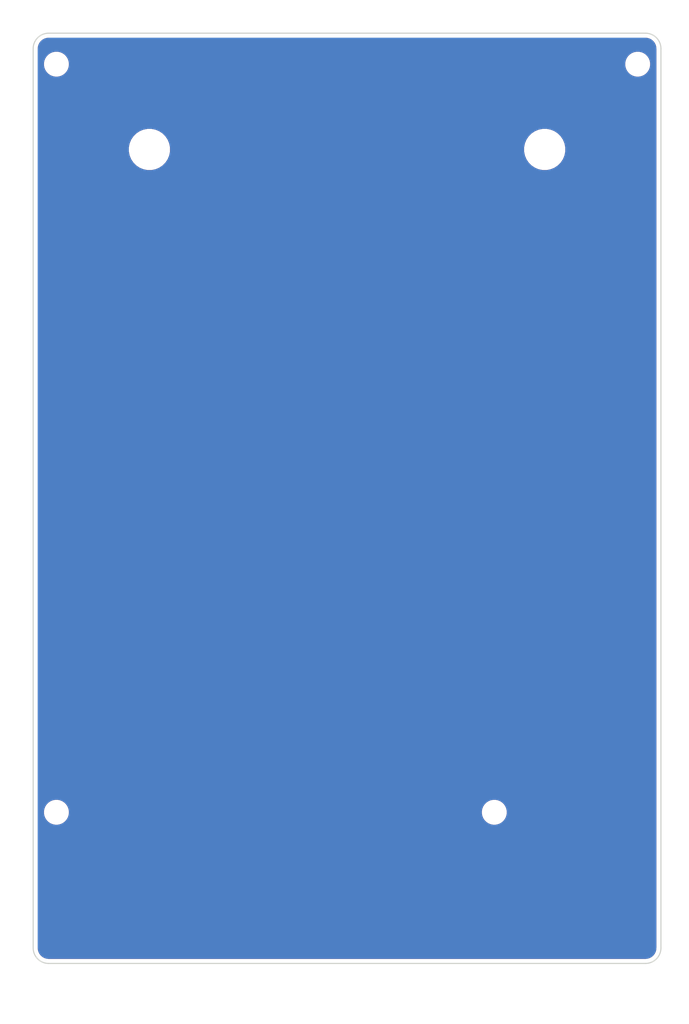
<source format=kicad_pcb>
(kicad_pcb (version 20171130) (host pcbnew "(5.1.10)-1")

  (general
    (thickness 1.6)
    (drawings 13)
    (tracks 0)
    (zones 0)
    (modules 6)
    (nets 1)
  )

  (page A4)
  (title_block
    (title "PyKey18 RP2040")
    (date 2021-11-21)
    (rev 1.0)
    (company "Pierre Constantineau (JPConstantineau)")
    (comment 1 "License: CERN-OHL-W (CERN OHL v2)")
    (comment 2 "Project: https://github.com/jpconstantineau/PyKey60")
  )

  (layers
    (0 F.Cu signal)
    (31 B.Cu signal)
    (32 B.Adhes user)
    (33 F.Adhes user)
    (34 B.Paste user)
    (35 F.Paste user)
    (36 B.SilkS user)
    (37 F.SilkS user)
    (38 B.Mask user)
    (39 F.Mask user)
    (40 Dwgs.User user)
    (41 Cmts.User user)
    (42 Eco1.User user)
    (43 Eco2.User user)
    (44 Edge.Cuts user)
    (45 Margin user)
    (46 B.CrtYd user)
    (47 F.CrtYd user)
    (48 B.Fab user)
    (49 F.Fab user)
  )

  (setup
    (last_trace_width 0.25)
    (user_trace_width 0.1524)
    (user_trace_width 0.2)
    (user_trace_width 0.5)
    (trace_clearance 0.2)
    (zone_clearance 0.508)
    (zone_45_only no)
    (trace_min 0.1524)
    (via_size 0.8)
    (via_drill 0.4)
    (via_min_size 0.4)
    (via_min_drill 0.3)
    (uvia_size 0.3)
    (uvia_drill 0.1)
    (uvias_allowed no)
    (uvia_min_size 0.2)
    (uvia_min_drill 0.1)
    (edge_width 0.05)
    (segment_width 0.2)
    (pcb_text_width 0.3)
    (pcb_text_size 1.5 1.5)
    (mod_edge_width 0.12)
    (mod_text_size 1 1)
    (mod_text_width 0.15)
    (pad_size 2.2 2.2)
    (pad_drill 2.2)
    (pad_to_mask_clearance 0)
    (aux_axis_origin 0 0)
    (visible_elements 7FFFFFFF)
    (pcbplotparams
      (layerselection 0x010fc_ffffffff)
      (usegerberextensions false)
      (usegerberattributes true)
      (usegerberadvancedattributes true)
      (creategerberjobfile true)
      (excludeedgelayer true)
      (linewidth 0.100000)
      (plotframeref false)
      (viasonmask false)
      (mode 1)
      (useauxorigin false)
      (hpglpennumber 1)
      (hpglpenspeed 20)
      (hpglpendiameter 15.000000)
      (psnegative false)
      (psa4output false)
      (plotreference true)
      (plotvalue true)
      (plotinvisibletext false)
      (padsonsilk false)
      (subtractmaskfromsilk false)
      (outputformat 1)
      (mirror false)
      (drillshape 0)
      (scaleselection 1)
      (outputdirectory "gerbers/"))
  )

  (net 0 "")

  (net_class Default "This is the default net class."
    (clearance 0.2)
    (trace_width 0.25)
    (via_dia 0.8)
    (via_drill 0.4)
    (uvia_dia 0.3)
    (uvia_drill 0.1)
  )

  (module MountingHole:MountingHole_4.3mm_M4 (layer F.Cu) (tedit 56D1B4CB) (tstamp 61977F9E)
    (at 116 65)
    (descr "Mounting Hole 4.3mm, no annular, M4")
    (tags "mounting hole 4.3mm no annular m4")
    (path /61A25DD3)
    (attr virtual)
    (fp_text reference H6 (at 0 -5.3) (layer F.SilkS) hide
      (effects (font (size 1 1) (thickness 0.15)))
    )
    (fp_text value MountingHole-feet (at 0 5.3) (layer F.Fab)
      (effects (font (size 1 1) (thickness 0.15)))
    )
    (fp_circle (center 0 0) (end 4.3 0) (layer Cmts.User) (width 0.15))
    (fp_circle (center 0 0) (end 4.55 0) (layer F.CrtYd) (width 0.05))
    (fp_text user %R (at 0.3 0) (layer F.Fab)
      (effects (font (size 1 1) (thickness 0.15)))
    )
    (pad 1 np_thru_hole circle (at 0 0) (size 4.3 4.3) (drill 4.3) (layers *.Cu *.Mask))
  )

  (module MountingHole:MountingHole_4.3mm_M4 (layer F.Cu) (tedit 56D1B4CB) (tstamp 61977F96)
    (at 65 65)
    (descr "Mounting Hole 4.3mm, no annular, M4")
    (tags "mounting hole 4.3mm no annular m4")
    (path /61A244C8)
    (attr virtual)
    (fp_text reference H5 (at 0 -5.3) (layer F.SilkS) hide
      (effects (font (size 1 1) (thickness 0.15)))
    )
    (fp_text value MountingHole-feet (at 0 5.3) (layer F.Fab)
      (effects (font (size 1 1) (thickness 0.15)))
    )
    (fp_circle (center 0 0) (end 4.3 0) (layer Cmts.User) (width 0.15))
    (fp_circle (center 0 0) (end 4.55 0) (layer F.CrtYd) (width 0.05))
    (fp_text user %R (at 0.3 0) (layer F.Fab)
      (effects (font (size 1 1) (thickness 0.15)))
    )
    (pad 1 np_thru_hole circle (at 0 0) (size 4.3 4.3) (drill 4.3) (layers *.Cu *.Mask))
  )

  (module MountingHole:MountingHole_2.2mm_M2_DIN965 (layer F.Cu) (tedit 56D1B4CB) (tstamp 61977F8E)
    (at 109.5 150.5)
    (descr "Mounting Hole 2.2mm, no annular, M2, DIN965")
    (tags "mounting hole 2.2mm no annular m2 din965")
    (path /61A240B8)
    (attr virtual)
    (fp_text reference H4 (at 0 -2.9) (layer F.SilkS) hide
      (effects (font (size 1 1) (thickness 0.15)))
    )
    (fp_text value MountingHole (at 0 2.9) (layer F.Fab)
      (effects (font (size 1 1) (thickness 0.15)))
    )
    (fp_circle (center 0 0) (end 1.9 0) (layer Cmts.User) (width 0.15))
    (fp_circle (center 0 0) (end 2.15 0) (layer F.CrtYd) (width 0.05))
    (fp_text user %R (at 0.3 0) (layer F.Fab)
      (effects (font (size 1 1) (thickness 0.15)))
    )
    (pad 1 np_thru_hole circle (at 0 0) (size 2.2 2.2) (drill 2.2) (layers *.Cu *.Mask))
  )

  (module MountingHole:MountingHole_2.2mm_M2_DIN965 (layer F.Cu) (tedit 56D1B4CB) (tstamp 61977F86)
    (at 53 150.5)
    (descr "Mounting Hole 2.2mm, no annular, M2, DIN965")
    (tags "mounting hole 2.2mm no annular m2 din965")
    (path /61A23C9B)
    (attr virtual)
    (fp_text reference H3 (at 0 -2.9) (layer F.SilkS) hide
      (effects (font (size 1 1) (thickness 0.15)))
    )
    (fp_text value MountingHole (at 0 2.9) (layer F.Fab)
      (effects (font (size 1 1) (thickness 0.15)))
    )
    (fp_circle (center 0 0) (end 1.9 0) (layer Cmts.User) (width 0.15))
    (fp_circle (center 0 0) (end 2.15 0) (layer F.CrtYd) (width 0.05))
    (fp_text user %R (at 0.3 0) (layer F.Fab)
      (effects (font (size 1 1) (thickness 0.15)))
    )
    (pad 1 np_thru_hole circle (at 0 0) (size 2.2 2.2) (drill 2.2) (layers *.Cu *.Mask))
  )

  (module MountingHole:MountingHole_2.2mm_M2_DIN965 (layer F.Cu) (tedit 619A758F) (tstamp 61977F7E)
    (at 128 54)
    (descr "Mounting Hole 2.2mm, no annular, M2, DIN965")
    (tags "mounting hole 2.2mm no annular m2 din965")
    (path /61A23A30)
    (attr virtual)
    (fp_text reference H2 (at 0 -2.9) (layer F.SilkS) hide
      (effects (font (size 1 1) (thickness 0.15)))
    )
    (fp_text value MountingHole (at 0 2.9) (layer F.Fab)
      (effects (font (size 1 1) (thickness 0.15)))
    )
    (fp_circle (center 0 0) (end 1.9 0) (layer Cmts.User) (width 0.15))
    (fp_circle (center 0 0) (end 2.15 0) (layer F.CrtYd) (width 0.05))
    (fp_text user %R (at 0.3 0) (layer F.Fab)
      (effects (font (size 1 1) (thickness 0.15)))
    )
    (pad "" np_thru_hole circle (at 0 0) (size 2.2 2.2) (drill 2.2) (layers *.Cu *.Mask))
  )

  (module MountingHole:MountingHole_2.2mm_M2_DIN965 (layer F.Cu) (tedit 56D1B4CB) (tstamp 61977F76)
    (at 53 54)
    (descr "Mounting Hole 2.2mm, no annular, M2, DIN965")
    (tags "mounting hole 2.2mm no annular m2 din965")
    (path /61A223CB)
    (attr virtual)
    (fp_text reference H1 (at 0 -2.9) (layer F.SilkS) hide
      (effects (font (size 1 1) (thickness 0.15)))
    )
    (fp_text value MountingHole (at 0 2.9) (layer F.Fab)
      (effects (font (size 1 1) (thickness 0.15)))
    )
    (fp_circle (center 0 0) (end 1.9 0) (layer Cmts.User) (width 0.15))
    (fp_circle (center 0 0) (end 2.15 0) (layer F.CrtYd) (width 0.05))
    (fp_text user %R (at 0.3 0) (layer F.Fab)
      (effects (font (size 1 1) (thickness 0.15)))
    )
    (pad 1 np_thru_hole circle (at 0 0) (size 2.2 2.2) (drill 2.2) (layers *.Cu *.Mask))
  )

  (gr_text PyKey18 (at 90 65) (layer F.Cu)
    (effects (font (size 1.5 1.5) (thickness 0.3)))
  )
  (gr_circle (center 116 65) (end 131 65) (layer Dwgs.User) (width 0.15) (tstamp 619C737D))
  (gr_circle (center 65 65) (end 80 65) (layer Dwgs.User) (width 0.15))
  (gr_line (start 112.013681 158.990413) (end 127.25 159) (layer Eco1.User) (width 0.15) (tstamp 619CA07B))
  (gr_line (start 112.034301 165.998882) (end 127.27062 166.008469) (layer Eco1.User) (width 0.15))
  (gr_arc (start 129 52) (end 131 52) (angle -90) (layer Edge.Cuts) (width 0.15))
  (gr_arc (start 129 168) (end 129 170) (angle -90) (layer Edge.Cuts) (width 0.15))
  (gr_arc (start 52 168) (end 50 168) (angle -90) (layer Edge.Cuts) (width 0.15))
  (gr_arc (start 52 52) (end 52 50) (angle -90) (layer Edge.Cuts) (width 0.15))
  (gr_line (start 129 50) (end 52 50) (layer Edge.Cuts) (width 0.15) (tstamp 61977592))
  (gr_line (start 131 168) (end 131 52) (layer Edge.Cuts) (width 0.15))
  (gr_line (start 52 170) (end 129 170) (layer Edge.Cuts) (width 0.15))
  (gr_line (start 50 52) (end 50 168) (layer Edge.Cuts) (width 0.15))

  (zone (net 0) (net_name "") (layer B.Cu) (tstamp 619C73F0) (hatch edge 0.508)
    (connect_pads (clearance 0.508))
    (min_thickness 0.254)
    (fill yes (arc_segments 32) (thermal_gap 0.508) (thermal_bridge_width 0.508))
    (polygon
      (pts
        (xy 132.08 172.72) (xy 48.26 172.72) (xy 48.75 49.5) (xy 132.08 48.26)
      )
    )
    (filled_polygon
      (pts
        (xy 129.249899 50.737907) (xy 129.490285 50.810484) (xy 129.711991 50.928368) (xy 129.906577 51.087068) (xy 130.066635 51.280545)
        (xy 130.186064 51.501424) (xy 130.260317 51.741297) (xy 130.290001 52.023726) (xy 130.29 167.965279) (xy 130.262093 168.249899)
        (xy 130.189517 168.490282) (xy 130.071633 168.711989) (xy 129.912929 168.90658) (xy 129.719455 169.066635) (xy 129.498576 169.186064)
        (xy 129.258701 169.260317) (xy 128.976291 169.29) (xy 52.034721 169.29) (xy 51.750101 169.262093) (xy 51.509718 169.189517)
        (xy 51.288011 169.071633) (xy 51.09342 168.912929) (xy 50.933365 168.719455) (xy 50.813936 168.498576) (xy 50.739683 168.258701)
        (xy 50.71 167.976291) (xy 50.71 150.329117) (xy 51.265 150.329117) (xy 51.265 150.670883) (xy 51.331675 151.006081)
        (xy 51.462463 151.321831) (xy 51.652337 151.605998) (xy 51.894002 151.847663) (xy 52.178169 152.037537) (xy 52.493919 152.168325)
        (xy 52.829117 152.235) (xy 53.170883 152.235) (xy 53.506081 152.168325) (xy 53.821831 152.037537) (xy 54.105998 151.847663)
        (xy 54.347663 151.605998) (xy 54.537537 151.321831) (xy 54.668325 151.006081) (xy 54.735 150.670883) (xy 54.735 150.329117)
        (xy 107.765 150.329117) (xy 107.765 150.670883) (xy 107.831675 151.006081) (xy 107.962463 151.321831) (xy 108.152337 151.605998)
        (xy 108.394002 151.847663) (xy 108.678169 152.037537) (xy 108.993919 152.168325) (xy 109.329117 152.235) (xy 109.670883 152.235)
        (xy 110.006081 152.168325) (xy 110.321831 152.037537) (xy 110.605998 151.847663) (xy 110.847663 151.605998) (xy 111.037537 151.321831)
        (xy 111.168325 151.006081) (xy 111.235 150.670883) (xy 111.235 150.329117) (xy 111.168325 149.993919) (xy 111.037537 149.678169)
        (xy 110.847663 149.394002) (xy 110.605998 149.152337) (xy 110.321831 148.962463) (xy 110.006081 148.831675) (xy 109.670883 148.765)
        (xy 109.329117 148.765) (xy 108.993919 148.831675) (xy 108.678169 148.962463) (xy 108.394002 149.152337) (xy 108.152337 149.394002)
        (xy 107.962463 149.678169) (xy 107.831675 149.993919) (xy 107.765 150.329117) (xy 54.735 150.329117) (xy 54.668325 149.993919)
        (xy 54.537537 149.678169) (xy 54.347663 149.394002) (xy 54.105998 149.152337) (xy 53.821831 148.962463) (xy 53.506081 148.831675)
        (xy 53.170883 148.765) (xy 52.829117 148.765) (xy 52.493919 148.831675) (xy 52.178169 148.962463) (xy 51.894002 149.152337)
        (xy 51.652337 149.394002) (xy 51.462463 149.678169) (xy 51.331675 149.993919) (xy 51.265 150.329117) (xy 50.71 150.329117)
        (xy 50.71 64.725701) (xy 62.215 64.725701) (xy 62.215 65.274299) (xy 62.322026 65.812354) (xy 62.531965 66.319192)
        (xy 62.83675 66.775334) (xy 63.224666 67.16325) (xy 63.680808 67.468035) (xy 64.187646 67.677974) (xy 64.725701 67.785)
        (xy 65.274299 67.785) (xy 65.812354 67.677974) (xy 66.319192 67.468035) (xy 66.775334 67.16325) (xy 67.16325 66.775334)
        (xy 67.468035 66.319192) (xy 67.677974 65.812354) (xy 67.785 65.274299) (xy 67.785 64.725701) (xy 113.215 64.725701)
        (xy 113.215 65.274299) (xy 113.322026 65.812354) (xy 113.531965 66.319192) (xy 113.83675 66.775334) (xy 114.224666 67.16325)
        (xy 114.680808 67.468035) (xy 115.187646 67.677974) (xy 115.725701 67.785) (xy 116.274299 67.785) (xy 116.812354 67.677974)
        (xy 117.319192 67.468035) (xy 117.775334 67.16325) (xy 118.16325 66.775334) (xy 118.468035 66.319192) (xy 118.677974 65.812354)
        (xy 118.785 65.274299) (xy 118.785 64.725701) (xy 118.677974 64.187646) (xy 118.468035 63.680808) (xy 118.16325 63.224666)
        (xy 117.775334 62.83675) (xy 117.319192 62.531965) (xy 116.812354 62.322026) (xy 116.274299 62.215) (xy 115.725701 62.215)
        (xy 115.187646 62.322026) (xy 114.680808 62.531965) (xy 114.224666 62.83675) (xy 113.83675 63.224666) (xy 113.531965 63.680808)
        (xy 113.322026 64.187646) (xy 113.215 64.725701) (xy 67.785 64.725701) (xy 67.677974 64.187646) (xy 67.468035 63.680808)
        (xy 67.16325 63.224666) (xy 66.775334 62.83675) (xy 66.319192 62.531965) (xy 65.812354 62.322026) (xy 65.274299 62.215)
        (xy 64.725701 62.215) (xy 64.187646 62.322026) (xy 63.680808 62.531965) (xy 63.224666 62.83675) (xy 62.83675 63.224666)
        (xy 62.531965 63.680808) (xy 62.322026 64.187646) (xy 62.215 64.725701) (xy 50.71 64.725701) (xy 50.71 53.829117)
        (xy 51.265 53.829117) (xy 51.265 54.170883) (xy 51.331675 54.506081) (xy 51.462463 54.821831) (xy 51.652337 55.105998)
        (xy 51.894002 55.347663) (xy 52.178169 55.537537) (xy 52.493919 55.668325) (xy 52.829117 55.735) (xy 53.170883 55.735)
        (xy 53.506081 55.668325) (xy 53.821831 55.537537) (xy 54.105998 55.347663) (xy 54.347663 55.105998) (xy 54.537537 54.821831)
        (xy 54.668325 54.506081) (xy 54.735 54.170883) (xy 54.735 53.829117) (xy 126.265 53.829117) (xy 126.265 54.170883)
        (xy 126.331675 54.506081) (xy 126.462463 54.821831) (xy 126.652337 55.105998) (xy 126.894002 55.347663) (xy 127.178169 55.537537)
        (xy 127.493919 55.668325) (xy 127.829117 55.735) (xy 128.170883 55.735) (xy 128.506081 55.668325) (xy 128.821831 55.537537)
        (xy 129.105998 55.347663) (xy 129.347663 55.105998) (xy 129.537537 54.821831) (xy 129.668325 54.506081) (xy 129.735 54.170883)
        (xy 129.735 53.829117) (xy 129.668325 53.493919) (xy 129.537537 53.178169) (xy 129.347663 52.894002) (xy 129.105998 52.652337)
        (xy 128.821831 52.462463) (xy 128.506081 52.331675) (xy 128.170883 52.265) (xy 127.829117 52.265) (xy 127.493919 52.331675)
        (xy 127.178169 52.462463) (xy 126.894002 52.652337) (xy 126.652337 52.894002) (xy 126.462463 53.178169) (xy 126.331675 53.493919)
        (xy 126.265 53.829117) (xy 54.735 53.829117) (xy 54.668325 53.493919) (xy 54.537537 53.178169) (xy 54.347663 52.894002)
        (xy 54.105998 52.652337) (xy 53.821831 52.462463) (xy 53.506081 52.331675) (xy 53.170883 52.265) (xy 52.829117 52.265)
        (xy 52.493919 52.331675) (xy 52.178169 52.462463) (xy 51.894002 52.652337) (xy 51.652337 52.894002) (xy 51.462463 53.178169)
        (xy 51.331675 53.493919) (xy 51.265 53.829117) (xy 50.71 53.829117) (xy 50.71 52.034721) (xy 50.737907 51.750101)
        (xy 50.810484 51.509715) (xy 50.928368 51.288009) (xy 51.087068 51.093423) (xy 51.280545 50.933365) (xy 51.501424 50.813936)
        (xy 51.741297 50.739683) (xy 52.023716 50.71) (xy 128.965279 50.71)
      )
    )
  )
  (zone (net 0) (net_name "") (layer F.Cu) (tstamp 619C73ED) (hatch edge 0.508)
    (connect_pads (clearance 0.508))
    (min_thickness 0.254)
    (fill yes (arc_segments 32) (thermal_gap 0.508) (thermal_bridge_width 0.508))
    (polygon
      (pts
        (xy 134.62 177.8) (xy 45.72 175.26) (xy 45.72 48.26) (xy 134.62 45.72)
      )
    )
    (filled_polygon
      (pts
        (xy 129.249899 50.737907) (xy 129.490285 50.810484) (xy 129.711991 50.928368) (xy 129.906577 51.087068) (xy 130.066635 51.280545)
        (xy 130.186064 51.501424) (xy 130.260317 51.741297) (xy 130.290001 52.023726) (xy 130.29 167.965279) (xy 130.262093 168.249899)
        (xy 130.189517 168.490282) (xy 130.071633 168.711989) (xy 129.912929 168.90658) (xy 129.719455 169.066635) (xy 129.498576 169.186064)
        (xy 129.258701 169.260317) (xy 128.976291 169.29) (xy 52.034721 169.29) (xy 51.750101 169.262093) (xy 51.509718 169.189517)
        (xy 51.288011 169.071633) (xy 51.09342 168.912929) (xy 50.933365 168.719455) (xy 50.813936 168.498576) (xy 50.739683 168.258701)
        (xy 50.71 167.976291) (xy 50.71 150.329117) (xy 51.265 150.329117) (xy 51.265 150.670883) (xy 51.331675 151.006081)
        (xy 51.462463 151.321831) (xy 51.652337 151.605998) (xy 51.894002 151.847663) (xy 52.178169 152.037537) (xy 52.493919 152.168325)
        (xy 52.829117 152.235) (xy 53.170883 152.235) (xy 53.506081 152.168325) (xy 53.821831 152.037537) (xy 54.105998 151.847663)
        (xy 54.347663 151.605998) (xy 54.537537 151.321831) (xy 54.668325 151.006081) (xy 54.735 150.670883) (xy 54.735 150.329117)
        (xy 107.765 150.329117) (xy 107.765 150.670883) (xy 107.831675 151.006081) (xy 107.962463 151.321831) (xy 108.152337 151.605998)
        (xy 108.394002 151.847663) (xy 108.678169 152.037537) (xy 108.993919 152.168325) (xy 109.329117 152.235) (xy 109.670883 152.235)
        (xy 110.006081 152.168325) (xy 110.321831 152.037537) (xy 110.605998 151.847663) (xy 110.847663 151.605998) (xy 111.037537 151.321831)
        (xy 111.168325 151.006081) (xy 111.235 150.670883) (xy 111.235 150.329117) (xy 111.168325 149.993919) (xy 111.037537 149.678169)
        (xy 110.847663 149.394002) (xy 110.605998 149.152337) (xy 110.321831 148.962463) (xy 110.006081 148.831675) (xy 109.670883 148.765)
        (xy 109.329117 148.765) (xy 108.993919 148.831675) (xy 108.678169 148.962463) (xy 108.394002 149.152337) (xy 108.152337 149.394002)
        (xy 107.962463 149.678169) (xy 107.831675 149.993919) (xy 107.765 150.329117) (xy 54.735 150.329117) (xy 54.668325 149.993919)
        (xy 54.537537 149.678169) (xy 54.347663 149.394002) (xy 54.105998 149.152337) (xy 53.821831 148.962463) (xy 53.506081 148.831675)
        (xy 53.170883 148.765) (xy 52.829117 148.765) (xy 52.493919 148.831675) (xy 52.178169 148.962463) (xy 51.894002 149.152337)
        (xy 51.652337 149.394002) (xy 51.462463 149.678169) (xy 51.331675 149.993919) (xy 51.265 150.329117) (xy 50.71 150.329117)
        (xy 50.71 64.725701) (xy 62.215 64.725701) (xy 62.215 65.274299) (xy 62.322026 65.812354) (xy 62.531965 66.319192)
        (xy 62.83675 66.775334) (xy 63.224666 67.16325) (xy 63.680808 67.468035) (xy 64.187646 67.677974) (xy 64.725701 67.785)
        (xy 65.274299 67.785) (xy 65.812354 67.677974) (xy 66.319192 67.468035) (xy 66.775334 67.16325) (xy 67.16325 66.775334)
        (xy 67.468035 66.319192) (xy 67.677974 65.812354) (xy 67.785 65.274299) (xy 67.785 64.725701) (xy 67.677974 64.187646)
        (xy 67.468035 63.680808) (xy 67.16325 63.224666) (xy 67.148584 63.21) (xy 84.500715 63.21) (xy 84.500715 67.03)
        (xy 95.499286 67.03) (xy 95.499286 64.725701) (xy 113.215 64.725701) (xy 113.215 65.274299) (xy 113.322026 65.812354)
        (xy 113.531965 66.319192) (xy 113.83675 66.775334) (xy 114.224666 67.16325) (xy 114.680808 67.468035) (xy 115.187646 67.677974)
        (xy 115.725701 67.785) (xy 116.274299 67.785) (xy 116.812354 67.677974) (xy 117.319192 67.468035) (xy 117.775334 67.16325)
        (xy 118.16325 66.775334) (xy 118.468035 66.319192) (xy 118.677974 65.812354) (xy 118.785 65.274299) (xy 118.785 64.725701)
        (xy 118.677974 64.187646) (xy 118.468035 63.680808) (xy 118.16325 63.224666) (xy 117.775334 62.83675) (xy 117.319192 62.531965)
        (xy 116.812354 62.322026) (xy 116.274299 62.215) (xy 115.725701 62.215) (xy 115.187646 62.322026) (xy 114.680808 62.531965)
        (xy 114.224666 62.83675) (xy 113.83675 63.224666) (xy 113.531965 63.680808) (xy 113.322026 64.187646) (xy 113.215 64.725701)
        (xy 95.499286 64.725701) (xy 95.499286 63.21) (xy 84.500715 63.21) (xy 67.148584 63.21) (xy 66.775334 62.83675)
        (xy 66.319192 62.531965) (xy 65.812354 62.322026) (xy 65.274299 62.215) (xy 64.725701 62.215) (xy 64.187646 62.322026)
        (xy 63.680808 62.531965) (xy 63.224666 62.83675) (xy 62.83675 63.224666) (xy 62.531965 63.680808) (xy 62.322026 64.187646)
        (xy 62.215 64.725701) (xy 50.71 64.725701) (xy 50.71 53.829117) (xy 51.265 53.829117) (xy 51.265 54.170883)
        (xy 51.331675 54.506081) (xy 51.462463 54.821831) (xy 51.652337 55.105998) (xy 51.894002 55.347663) (xy 52.178169 55.537537)
        (xy 52.493919 55.668325) (xy 52.829117 55.735) (xy 53.170883 55.735) (xy 53.506081 55.668325) (xy 53.821831 55.537537)
        (xy 54.105998 55.347663) (xy 54.347663 55.105998) (xy 54.537537 54.821831) (xy 54.668325 54.506081) (xy 54.735 54.170883)
        (xy 54.735 53.829117) (xy 126.265 53.829117) (xy 126.265 54.170883) (xy 126.331675 54.506081) (xy 126.462463 54.821831)
        (xy 126.652337 55.105998) (xy 126.894002 55.347663) (xy 127.178169 55.537537) (xy 127.493919 55.668325) (xy 127.829117 55.735)
        (xy 128.170883 55.735) (xy 128.506081 55.668325) (xy 128.821831 55.537537) (xy 129.105998 55.347663) (xy 129.347663 55.105998)
        (xy 129.537537 54.821831) (xy 129.668325 54.506081) (xy 129.735 54.170883) (xy 129.735 53.829117) (xy 129.668325 53.493919)
        (xy 129.537537 53.178169) (xy 129.347663 52.894002) (xy 129.105998 52.652337) (xy 128.821831 52.462463) (xy 128.506081 52.331675)
        (xy 128.170883 52.265) (xy 127.829117 52.265) (xy 127.493919 52.331675) (xy 127.178169 52.462463) (xy 126.894002 52.652337)
        (xy 126.652337 52.894002) (xy 126.462463 53.178169) (xy 126.331675 53.493919) (xy 126.265 53.829117) (xy 54.735 53.829117)
        (xy 54.668325 53.493919) (xy 54.537537 53.178169) (xy 54.347663 52.894002) (xy 54.105998 52.652337) (xy 53.821831 52.462463)
        (xy 53.506081 52.331675) (xy 53.170883 52.265) (xy 52.829117 52.265) (xy 52.493919 52.331675) (xy 52.178169 52.462463)
        (xy 51.894002 52.652337) (xy 51.652337 52.894002) (xy 51.462463 53.178169) (xy 51.331675 53.493919) (xy 51.265 53.829117)
        (xy 50.71 53.829117) (xy 50.71 52.034721) (xy 50.737907 51.750101) (xy 50.810484 51.509715) (xy 50.928368 51.288009)
        (xy 51.087068 51.093423) (xy 51.280545 50.933365) (xy 51.501424 50.813936) (xy 51.741297 50.739683) (xy 52.023716 50.71)
        (xy 128.965279 50.71)
      )
    )
  )
)

</source>
